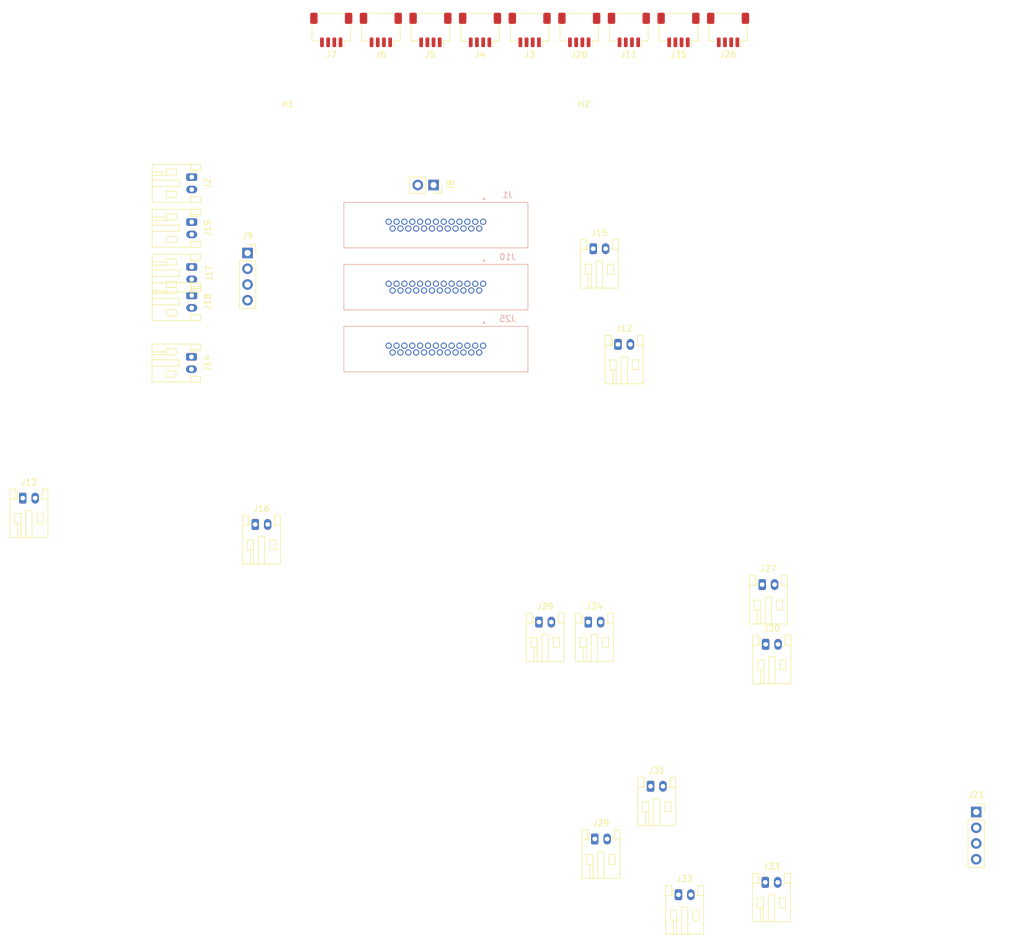
<source format=kicad_pcb>
(kicad_pcb (version 20211014) (generator pcbnew)
  (layers (0 "F.Cu" signal) (31 "B.Cu" signal) (34 "B.Paste" user) (35 "F.Paste" user) (36 "B.SilkS" user "B.Silkscreen") (37 "F.SilkS" user "F.Silkscreen") (38 "B.Mask" user) (39 "F.Mask" user) (44 "Edge.Cuts" user))
  (net 0 "")
  (net 1 "Net-(J1-Pad1)")
  (net 2 "Net-(J1-Pad2)")
  (net 3 "Net-(J1-Pad3)")
  (net 4 "Net-(J1-Pad4)")
  (net 5 "Net-(J1-Pad5)")
  (net 6 "Net-(J1-Pad6)")
  (net 7 "Net-(J1-Pad7)")
  (net 8 "Net-(J1-Pad8)")
  (net 9 "Net-(J1-Pad9)")
  (net 10 "Net-(J1-Pad10)")
  (net 11 "Net-(J1-Pad11)")
  (net 12 "Net-(J1-Pad12)")
  (net 14 "Net-(J1-Pad14)")
  (net 15 "Net-(J1-Pad15)")
  (net 16 "Net-(J1-Pad16)")
  (net 17 "Net-(J1-Pad17)")
  (net 18 "Net-(J1-Pad18)")
  (net 19 "Net-(J1-Pad19)")
  (net 20 "Net-(J1-Pad20)")
  (net 21 "Net-(J1-Pad21)")
  (net 22 "Net-(J1-Pad22)")
  (net 23 "Net-(J1-Pad23)")
  (net 24 "Net-(J1-Pad24)")
  (net 25 "Net-(J1-Pad25)")
  (net 26 "Net-(J10-Pad11)")
  (net 27 "Net-(J10-Pad24)")
  (net 28 "Net-(J10-Pad12)")
  (net 29 "Net-(J10-Pad25)")
  (net 30 "Net-(J10-Pad1)")
  (net 31 "Net-(J10-Pad2)")
  (net 32 "Net-(J10-Pad3)")
  (net 33 "Net-(J10-Pad4)")
  (net 34 "Net-(J10-Pad5)")
  (net 35 "Net-(J10-Pad6)")
  (net 36 "Net-(J10-Pad7)")
  (net 37 "Net-(J10-Pad8)")
  (net 38 "Net-(J10-Pad9)")
  (net 39 "Net-(J10-Pad10)")
  (net 41 "Net-(J10-Pad14)")
  (net 42 "Net-(J10-Pad15)")
  (net 43 "Net-(J10-Pad16)")
  (net 44 "Net-(J10-Pad17)")
  (net 45 "Net-(J10-Pad18)")
  (net 46 "Net-(J10-Pad19)")
  (net 47 "Net-(J10-Pad20)")
  (net 48 "Net-(J10-Pad21)")
  (net 49 "Net-(J10-Pad22)")
  (net 50 "Net-(J10-Pad23)")
  (net 51 "Net-(J25-Pad11)")
  (net 52 "Net-(J25-Pad24)")
  (net 53 "Net-(J25-Pad12)")
  (net 54 "Net-(J25-Pad25)")
  (net 55 "Net-(J25-Pad1)")
  (net 56 "Net-(J25-Pad2)")
  (net 57 "Net-(J25-Pad3)")
  (net 58 "Net-(J25-Pad4)")
  (net 59 "Net-(J25-Pad5)")
  (net 60 "Net-(J25-Pad6)")
  (net 61 "Net-(J25-Pad7)")
  (net 62 "Net-(J25-Pad8)")
  (net 63 "Net-(J25-Pad9)")
  (net 64 "Net-(J25-Pad10)")
  (net 66 "Net-(J25-Pad14)")
  (net 67 "Net-(J25-Pad15)")
  (net 68 "Net-(J25-Pad16)")
  (net 69 "Net-(J25-Pad17)")
  (net 70 "Net-(J25-Pad18)")
  (net 71 "Net-(J25-Pad19)")
  (net 72 "Net-(J25-Pad20)")
  (net 73 "Net-(J25-Pad21)")
  (net 74 "Net-(J25-Pad22)")
  (net 75 "Net-(J25-Pad23)")
  (footprint "Connector_JST:JST_PH_S2B-PH-K_1x02_P2.00mm_Horizontal" (layer "F.Cu") (at -15.5 26.35 -90)
    (fp_text reference "J18" (at 1 -2.55 90) (layer "F.SilkS"))
    (fp_text value "Conn_01x02")
    (pad "1" thru_hole roundrect (at 0 0 270) (size 1.2 1.75) (drill 0.75) (layers *.Cu *.Mask) (roundrect_rratio 0.208333) (net 38 "Net-(J10-Pad9)"))
    (pad "2" thru_hole oval (at 2 0 270) (size 1.2 1.75) (drill 0.75) (layers *.Cu *.Mask) (net 49 "Net-(J10-Pad22)"))
  )
  (footprint "Connector_JST:JST_PH_S2B-PH-K_1x02_P2.00mm_Horizontal" (layer "F.Cu") (at 49.5 114.05)
    (fp_text reference "J29" (at 1 -2.55) (layer "F.SilkS"))
    (fp_text value "Conn_01x02")
    (pad "1" thru_hole roundrect (at 0 0) (size 1.2 1.75) (drill 0.75) (layers *.Cu *.Mask) (roundrect_rratio 0.208333) (net 59 "Net-(J25-Pad5)"))
    (pad "2" thru_hole oval (at 2 0) (size 1.2 1.75) (drill 0.75) (layers *.Cu *.Mask) (net 70 "Net-(J25-Pad18)"))
  )
  (footprint "Connector_JST:JST_PH_S2B-PH-K_1x02_P2.00mm_Horizontal" (layer "F.Cu") (at 58.5 105.55)
    (fp_text reference "J31" (at 1 -2.55) (layer "F.SilkS"))
    (fp_text value "Conn_01x02")
    (pad "1" thru_hole roundrect (at 0 0) (size 1.2 1.75) (drill 0.75) (layers *.Cu *.Mask) (roundrect_rratio 0.208333) (net 61 "Net-(J25-Pad7)"))
    (pad "2" thru_hole oval (at 2 0) (size 1.2 1.75) (drill 0.75) (layers *.Cu *.Mask) (net 72 "Net-(J25-Pad20)"))
  )
  (footprint "Connector_JST:JST_PH_S2B-PH-K_1x02_P2.00mm_Horizontal" (layer "F.Cu") (at 48.45 79.05)
    (fp_text reference "J34" (at 1 -2.55) (layer "F.SilkS"))
    (fp_text value "Conn_01x02")
    (pad "1" thru_hole roundrect (at 0 0) (size 1.2 1.75) (drill 0.75) (layers *.Cu *.Mask) (roundrect_rratio 0.208333) (net 64 "Net-(J25-Pad10)"))
    (pad "2" thru_hole oval (at 2 0) (size 1.2 1.75) (drill 0.75) (layers *.Cu *.Mask) (net 75 "Net-(J25-Pad23)"))
  )
  (footprint "Connector_JST:JST_PH_S2B-PH-K_1x02_P2.00mm_Horizontal" (layer "F.Cu") (at -5.25 63.3)
    (fp_text reference "J16" (at 1 -2.55) (layer "F.SilkS"))
    (fp_text value "Conn_01x02")
    (pad "1" thru_hole roundrect (at 0 0) (size 1.2 1.75) (drill 0.75) (layers *.Cu *.Mask) (roundrect_rratio 0.208333) (net 36 "Net-(J10-Pad7)"))
    (pad "2" thru_hole oval (at 2 0) (size 1.2 1.75) (drill 0.75) (layers *.Cu *.Mask) (net 47 "Net-(J10-Pad20)"))
  )
  (footprint "Connector_JST:JST_SH_SM04B-SRSS-TB_1x04-1MP_P1.00mm_Horizontal" (layer "F.Cu") (at 55 -16.5 180)
    (fp_text reference "J11" (at 0 -3.98) (layer "F.SilkS"))
    (fp_text value "Conn_01x04")
    (pad "1" smd roundrect (at -1.5 -2 180) (size 0.6 1.55) (layers "F.Cu" "F.Paste" "F.Mask") (net 30 "Net-(J10-Pad1)"))
    (pad "2" smd roundrect (at -0.5 -2 180) (size 0.6 1.55) (layers "F.Cu" "F.Paste" "F.Mask") (net 30 "Net-(J10-Pad1)"))
    (pad "3" smd roundrect (at 0.5 -2 180) (size 0.6 1.55) (layers "F.Cu" "F.Paste" "F.Mask") (net 41 "Net-(J10-Pad14)"))
    (pad "4" smd roundrect (at 1.5 -2 180) (size 0.6 1.55) (layers "F.Cu" "F.Paste" "F.Mask") (net 41 "Net-(J10-Pad14)"))
    (pad "MP" smd roundrect (at 2.8 1.875 180) (size 1.2 1.8) (layers "F.Cu" "F.Paste" "F.Mask") (roundrect_rratio 0.208333))
    (pad "MP" smd roundrect (at -2.8 1.875 180) (size 1.2 1.8) (layers "F.Cu" "F.Paste" "F.Mask") (roundrect_rratio 0.208333))
  )
  (footprint "Connector_JST:JST_SH_SM04B-SRSS-TB_1x04-1MP_P1.00mm_Horizontal" (layer "F.Cu") (at 47 -16.5 180)
    (fp_text reference "J20" (at 0 -3.98) (layer "F.SilkS"))
    (fp_text value "Conn_01x04")
    (pad "1" smd roundrect (at -1.5 -2 180) (size 0.6 1.55) (layers "F.Cu" "F.Paste" "F.Mask") (net 31 "Net-(J10-Pad2)"))
    (pad "2" smd roundrect (at -0.5 -2 180) (size 0.6 1.55) (layers "F.Cu" "F.Paste" "F.Mask") (net 31 "Net-(J10-Pad2)"))
    (pad "3" smd roundrect (at 0.5 -2 180) (size 0.6 1.55) (layers "F.Cu" "F.Paste" "F.Mask") (net 42 "Net-(J10-Pad15)"))
    (pad "4" smd roundrect (at 1.5 -2 180) (size 0.6 1.55) (layers "F.Cu" "F.Paste" "F.Mask") (net 42 "Net-(J10-Pad15)"))
    (pad "MP" smd roundrect (at 2.8 1.875 180) (size 1.2 1.8) (layers "F.Cu" "F.Paste" "F.Mask") (roundrect_rratio 0.208333))
    (pad "MP" smd roundrect (at -2.8 1.875 180) (size 1.2 1.8) (layers "F.Cu" "F.Paste" "F.Mask") (roundrect_rratio 0.208333))
  )
  (footprint "Connector_JST:JST_SH_SM04B-SRSS-TB_1x04-1MP_P1.00mm_Horizontal" (layer "F.Cu") (at 63 -16.5 180)
    (fp_text reference "J35" (at 0 -3.98) (layer "F.SilkS"))
    (fp_text value "Conn_01x04")
    (pad "1" smd roundrect (at -1.5 -2 180) (size 0.6 1.55) (layers "F.Cu" "F.Paste" "F.Mask") (net 56 "Net-(J25-Pad2)"))
    (pad "2" smd roundrect (at -0.5 -2 180) (size 0.6 1.55) (layers "F.Cu" "F.Paste" "F.Mask") (net 56 "Net-(J25-Pad2)"))
    (pad "3" smd roundrect (at 0.5 -2 180) (size 0.6 1.55) (layers "F.Cu" "F.Paste" "F.Mask") (net 67 "Net-(J25-Pad15)"))
    (pad "4" smd roundrect (at 1.5 -2 180) (size 0.6 1.55) (layers "F.Cu" "F.Paste" "F.Mask") (net 67 "Net-(J25-Pad15)"))
    (pad "MP" smd roundrect (at 2.8 1.875 180) (size 1.2 1.8) (layers "F.Cu" "F.Paste" "F.Mask") (roundrect_rratio 0.208333))
    (pad "MP" smd roundrect (at -2.8 1.875 180) (size 1.2 1.8) (layers "F.Cu" "F.Paste" "F.Mask") (roundrect_rratio 0.208333))
  )
  (footprint "Connector_JST:JST_PH_S2B-PH-K_1x02_P2.00mm_Horizontal" (layer "F.Cu") (at 63 123.05)
    (fp_text reference "J32" (at 1 -2.55) (layer "F.SilkS"))
    (fp_text value "Conn_01x02")
    (pad "1" thru_hole roundrect (at 0 0) (size 1.2 1.75) (drill 0.75) (layers *.Cu *.Mask) (roundrect_rratio 0.208333) (net 62 "Net-(J25-Pad8)"))
    (pad "2" thru_hole oval (at 2 0) (size 1.2 1.75) (drill 0.75) (layers *.Cu *.Mask) (net 73 "Net-(J25-Pad21)"))
  )
  (footprint "Connector_JST:JST_PH_S2B-PH-K_1x02_P2.00mm_Horizontal" (layer "F.Cu") (at 77.06 82.65)
    (fp_text reference "J30" (at 1 -2.55) (layer "F.SilkS"))
    (fp_text value "Conn_01x02")
    (pad "1" thru_hole roundrect (at 0 0) (size 1.2 1.75) (drill 0.75) (layers *.Cu *.Mask) (roundrect_rratio 0.208333) (net 60 "Net-(J25-Pad6)"))
    (pad "2" thru_hole oval (at 2 0) (size 1.2 1.75) (drill 0.75) (layers *.Cu *.Mask) (net 71 "Net-(J25-Pad19)"))
  )
  (footprint "Connector_PinSocket_2.54mm:PinSocket_1x04_P2.54mm_Vertical" (layer "F.Cu") (at 111.025 109.7)
    (fp_text reference "J21" (at 0 -2.77) (layer "F.SilkS"))
    (fp_text value "Conn_01x04_Female")
    (pad "1" thru_hole rect (at 0 0) (size 1.7 1.7) (drill 1) (layers *.Cu *.Mask) (net 51 "Net-(J25-Pad11)"))
    (pad "2" thru_hole oval (at 0 2.54) (size 1.7 1.7) (drill 1) (layers *.Cu *.Mask) (net 52 "Net-(J25-Pad24)"))
    (pad "3" thru_hole oval (at 0 5.08) (size 1.7 1.7) (drill 1) (layers *.Cu *.Mask) (net 53 "Net-(J25-Pad12)"))
    (pad "4" thru_hole oval (at 0 7.62) (size 1.7 1.7) (drill 1) (layers *.Cu *.Mask) (net 54 "Net-(J25-Pad25)"))
  )
  (footprint "Connector_JST:JST_SH_SM04B-SRSS-TB_1x04-1MP_P1.00mm_Horizontal" (layer "F.Cu") (at 71 -16.5 180)
    (fp_text reference "J26" (at 0 -3.98) (layer "F.SilkS"))
    (fp_text value "Conn_01x04")
    (pad "1" smd roundrect (at -1.5 -2 180) (size 0.6 1.55) (layers "F.Cu" "F.Paste" "F.Mask") (net 55 "Net-(J25-Pad1)"))
    (pad "2" smd roundrect (at -0.5 -2 180) (size 0.6 1.55) (layers "F.Cu" "F.Paste" "F.Mask") (net 55 "Net-(J25-Pad1)"))
    (pad "3" smd roundrect (at 0.5 -2 180) (size 0.6 1.55) (layers "F.Cu" "F.Paste" "F.Mask") (net 66 "Net-(J25-Pad14)"))
    (pad "4" smd roundrect (at 1.5 -2 180) (size 0.6 1.55) (layers "F.Cu" "F.Paste" "F.Mask") (net 66 "Net-(J25-Pad14)"))
    (pad "MP" smd roundrect (at -2.8 1.875 180) (size 1.2 1.8) (layers "F.Cu" "F.Paste" "F.Mask") (roundrect_rratio 0.208333))
    (pad "MP" smd roundrect (at 2.8 1.875 180) (size 1.2 1.8) (layers "F.Cu" "F.Paste" "F.Mask") (roundrect_rratio 0.208333))
  )
  (footprint "Connector_JST:JST_PH_S2B-PH-K_1x02_P2.00mm_Horizontal" (layer "F.Cu") (at -15.55 36.25 -90)
    (fp_text reference "J14" (at 1 -2.55 90) (layer "F.SilkS"))
    (fp_text value "Conn_01x02")
    (pad "1" thru_hole roundrect (at 0 0 270) (size 1.2 1.75) (drill 0.75) (layers *.Cu *.Mask) (roundrect_rratio 0.208333) (net 34 "Net-(J10-Pad5)"))
    (pad "2" thru_hole oval (at 2 0 270) (size 1.2 1.75) (drill 0.75) (layers *.Cu *.Mask) (net 45 "Net-(J10-Pad18)"))
  )
  (footprint "Connector_PinSocket_2.54mm:PinSocket_1x04_P2.54mm_Vertical" (layer "F.Cu") (at -6.5 19.5)
    (fp_text reference "J9" (at 0 -2.77) (layer "F.SilkS"))
    (fp_text value "Conn_01x04_Female")
    (pad "1" thru_hole rect (at 0 0) (size 1.7 1.7) (drill 1) (layers *.Cu *.Mask) (net 26 "Net-(J10-Pad11)"))
    (pad "2" thru_hole oval (at 0 2.54) (size 1.7 1.7) (drill 1) (layers *.Cu *.Mask) (net 27 "Net-(J10-Pad24)"))
    (pad "3" thru_hole oval (at 0 5.08) (size 1.7 1.7) (drill 1) (layers *.Cu *.Mask) (net 28 "Net-(J10-Pad12)"))
    (pad "4" thru_hole oval (at 0 7.62) (size 1.7 1.7) (drill 1) (layers *.Cu *.Mask) (net 29 "Net-(J10-Pad25)"))
  )
  (footprint "Connector_JST:JST_PH_S2B-PH-K_1x02_P2.00mm_Horizontal" (layer "F.Cu") (at 53.25 34.25)
    (fp_text reference "J12" (at 1 -2.55) (layer "F.SilkS"))
    (fp_text value "Conn_01x02")
    (pad "1" thru_hole roundrect (at 0 0) (size 1.2 1.75) (drill 0.75) (layers *.Cu *.Mask) (roundrect_rratio 0.208333) (net 32 "Net-(J10-Pad3)"))
    (pad "2" thru_hole oval (at 2 0) (size 1.2 1.75) (drill 0.75) (layers *.Cu *.Mask) (net 43 "Net-(J10-Pad16)"))
  )
  (footprint "Connector_PinSocket_2.54mm:PinSocket_1x02_P2.54mm_Vertical" (layer "F.Cu") (at 23.5 8.525 -90)
    (fp_text reference "J8" (at 0 -2.77 90) (layer "F.SilkS"))
    (fp_text value "Conn_01x02_Female")
    (pad "1" thru_hole rect (at 0 0 270) (size 1.7 1.7) (drill 1) (layers *.Cu *.Mask) (net 8 "Net-(J1-Pad8)"))
    (pad "2" thru_hole oval (at 0 2.54 270) (size 1.7 1.7) (drill 1) (layers *.Cu *.Mask) (net 21 "Net-(J1-Pad21)"))
  )
  (footprint "MountingHole:MountingHole_3.5mm" (layer "F.Cu") (at 47.752 0)
    (fp_text reference "H2" (at 0 -4.5) (layer "F.SilkS"))
    (fp_text value "MountingHole")
    (pad "" np_thru_hole circle (at 0 0) (size 3.5 3.5) (drill 3.5) (layers *.Cu *.Mask))
  )
  (footprint "Connector_JST:JST_SH_SM04B-SRSS-TB_1x04-1MP_P1.00mm_Horizontal" (layer "F.Cu") (at 23 -16.5 180)
    (fp_text reference "J5" (at 0 -3.98) (layer "F.SilkS"))
    (fp_text value "Conn_01x04")
    (pad "1" smd roundrect (at -1.5 -2 180) (size 0.6 1.55) (layers "F.Cu" "F.Paste" "F.Mask") (net 6 "Net-(J1-Pad6)"))
    (pad "2" smd roundrect (at -0.5 -2 180) (size 0.6 1.55) (layers "F.Cu" "F.Paste" "F.Mask") (net 5 "Net-(J1-Pad5)"))
    (pad "3" smd roundrect (at 0.5 -2 180) (size 0.6 1.55) (layers "F.Cu" "F.Paste" "F.Mask") (net 18 "Net-(J1-Pad18)"))
    (pad "4" smd roundrect (at 1.5 -2 180) (size 0.6 1.55) (layers "F.Cu" "F.Paste" "F.Mask") (net 19 "Net-(J1-Pad19)"))
    (pad "MP" smd roundrect (at -2.8 1.875 180) (size 1.2 1.8) (layers "F.Cu" "F.Paste" "F.Mask") (roundrect_rratio 0.208333))
    (pad "MP" smd roundrect (at 2.8 1.875 180) (size 1.2 1.8) (layers "F.Cu" "F.Paste" "F.Mask") (roundrect_rratio 0.208333))
  )
  (footprint "Connector_JST:JST_PH_S2B-PH-K_1x02_P2.00mm_Horizontal" (layer "F.Cu") (at -15.5 21.75 -90)
    (fp_text reference "J17" (at 1 -2.8 90) (layer "F.SilkS"))
    (fp_text value "Conn_01x02")
    (pad "1" thru_hole roundrect (at 0 0 270) (size 1.2 1.75) (drill 0.75) (layers *.Cu *.Mask) (roundrect_rratio 0.208333) (net 37 "Net-(J10-Pad8)"))
    (pad "2" thru_hole oval (at 2 0 270) (size 1.2 1.75) (drill 0.75) (layers *.Cu *.Mask) (net 48 "Net-(J10-Pad21)"))
  )
  (footprint "Connector_JST:JST_PH_S2B-PH-K_1x02_P2.00mm_Horizontal" (layer "F.Cu") (at 76.5 73)
    (fp_text reference "J27" (at 1 -2.55) (layer "F.SilkS"))
    (fp_text value "Conn_01x02")
    (pad "1" thru_hole roundrect (at 0 0) (size 1.2 1.75) (drill 0.75) (layers *.Cu *.Mask) (roundrect_rratio 0.208333) (net 57 "Net-(J25-Pad3)"))
    (pad "2" thru_hole oval (at 2 0) (size 1.2 1.75) (drill 0.75) (layers *.Cu *.Mask) (net 68 "Net-(J25-Pad16)"))
  )
  (footprint "Connector_JST:JST_PH_S2B-PH-K_1x02_P2.00mm_Horizontal" (layer "F.Cu") (at -15.5 14.5 -90)
    (fp_text reference "J19" (at 1 -2.55 90) (layer "F.SilkS"))
    (fp_text value "Conn_01x02")
    (pad "1" thru_hole roundrect (at 0 0 270) (size 1.2 1.75) (drill 0.75) (layers *.Cu *.Mask) (roundrect_rratio 0.208333) (net 39 "Net-(J10-Pad10)"))
    (pad "2" thru_hole oval (at 2 0 270) (size 1.2 1.75) (drill 0.75) (layers *.Cu *.Mask) (net 50 "Net-(J10-Pad23)"))
  )
  (footprint "Connector_JST:JST_SH_SM04B-SRSS-TB_1x04-1MP_P1.00mm_Horizontal" (layer "F.Cu") (at 31 -16.5 180)
    (fp_text reference "J4" (at 0 -3.98) (layer "F.SilkS"))
    (fp_text value "Conn_01x04")
    (pad "1" smd roundrect (at -1.5 -2 180) (size 0.6 1.55) (layers "F.Cu" "F.Paste" "F.Mask") (net 4 "Net-(J1-Pad4)"))
    (pad "2" smd roundrect (at -0.5 -2 180) (size 0.6 1.55) (layers "F.Cu" "F.Paste" "F.Mask") (net 3 "Net-(J1-Pad3)"))
    (pad "3" smd roundrect (at 0.5 -2 180) (size 0.6 1.55) (layers "F.Cu" "F.Paste" "F.Mask") (net 16 "Net-(J1-Pad16)"))
    (pad "4" smd roundrect (at 1.5 -2 180) (size 0.6 1.55) (layers "F.Cu" "F.Paste" "F.Mask") (net 17 "Net-(J1-Pad17)"))
    (pad "MP" smd roundrect (at 2.8 1.875 180) (size 1.2 1.8) (layers "F.Cu" "F.Paste" "F.Mask") (roundrect_rratio 0.208333))
    (pad "MP" smd roundrect (at -2.8 1.875 180) (size 1.2 1.8) (layers "F.Cu" "F.Paste" "F.Mask") (roundrect_rratio 0.208333))
  )
  (footprint "MountingHole:MountingHole_3.5mm" (layer "F.Cu") (at 0 0)
    (fp_text reference "H1" (at 0 -4.5) (layer "F.SilkS"))
    (fp_text value "MountingHole")
    (pad "" np_thru_hole circle (at 0 0) (size 3.5 3.5) (drill 3.5) (layers *.Cu *.Mask))
  )
  (footprint "Connector_JST:JST_SH_SM04B-SRSS-TB_1x04-1MP_P1.00mm_Horizontal" (layer "F.Cu") (at 39 -16.5 180)
    (fp_text reference "J3" (at 0 -3.98) (layer "F.SilkS"))
    (fp_text value "Conn_01x04")
    (pad "1" smd roundrect (at -1.5 -2 180) (size 0.6 1.55) (layers "F.Cu" "F.Paste" "F.Mask") (net 2 "Net-(J1-Pad2)"))
    (pad "2" smd roundrect (at -0.5 -2 180) (size 0.6 1.55) (layers "F.Cu" "F.Paste" "F.Mask") (net 1 "Net-(J1-Pad1)"))
    (pad "3" smd roundrect (at 0.5 -2 180) (size 0.6 1.55) (layers "F.Cu" "F.Paste" "F.Mask") (net 14 "Net-(J1-Pad14)"))
    (pad "4" smd roundrect (at 1.5 -2 180) (size 0.6 1.55) (layers "F.Cu" "F.Paste" "F.Mask") (net 15 "Net-(J1-Pad15)"))
    (pad "MP" smd roundrect (at -2.8 1.875 180) (size 1.2 1.8) (layers "F.Cu" "F.Paste" "F.Mask") (roundrect_rratio 0.208333))
    (pad "MP" smd roundrect (at 2.8 1.875 180) (size 1.2 1.8) (layers "F.Cu" "F.Paste" "F.Mask") (roundrect_rratio 0.208333))
  )
  (footprint "Connector_JST:JST_SH_SM04B-SRSS-TB_1x04-1MP_P1.00mm_Horizontal" (layer "F.Cu") (at 15 -16.5 180)
    (fp_text reference "J6" (at 0 -3.98) (layer "F.SilkS"))
    (fp_text value "Conn_01x04")
    (pad "1" smd roundrect (at -1.5 -2 180) (size 0.6 1.55) (layers "F.Cu" "F.Paste" "F.Mask") (net 9 "Net-(J1-Pad9)"))
    (pad "2" smd roundrect (at -0.5 -2 180) (size 0.6 1.55) (layers "F.Cu" "F.Paste" "F.Mask") (net 10 "Net-(J1-Pad10)"))
    (pad "3" smd roundrect (at 0.5 -2 180) (size 0.6 1.55) (layers "F.Cu" "F.Paste" "F.Mask") (net 23 "Net-(J1-Pad23)"))
    (pad "4" smd roundrect (at 1.5 -2 180) (size 0.6 1.55) (layers "F.Cu" "F.Paste" "F.Mask") (net 22 "Net-(J1-Pad22)"))
    (pad "MP" smd roundrect (at -2.8 1.875 180) (size 1.2 1.8) (layers "F.Cu" "F.Paste" "F.Mask") (roundrect_rratio 0.208333))
    (pad "MP" smd roundrect (at 2.8 1.875 180) (size 1.2 1.8) (layers "F.Cu" "F.Paste" "F.Mask") (roundrect_rratio 0.208333))
  )
  (footprint "Connector_JST:JST_SH_SM04B-SRSS-TB_1x04-1MP_P1.00mm_Horizontal" (layer "F.Cu") (at 7 -16.5 180)
    (fp_text reference "J7" (at 0 -3.98) (layer "F.SilkS"))
    (fp_text value "Conn_01x04")
    (pad "1" smd roundrect (at -1.5 -2 180) (size 0.6 1.55) (layers "F.Cu" "F.Paste" "F.Mask") (net 11 "Net-(J1-Pad11)"))
    (pad "2" smd roundrect (at -0.5 -2 180) (size 0.6 1.55) (layers "F.Cu" "F.Paste" "F.Mask") (net 12 "Net-(J1-Pad12)"))
    (pad "3" smd roundrect (at 0.5 -2 180) (size 0.6 1.55) (layers "F.Cu" "F.Paste" "F.Mask") (net 25 "Net-(J1-Pad25)"))
    (pad "4" smd roundrect (at 1.5 -2 180) (size 0.6 1.55) (layers "F.Cu" "F.Paste" "F.Mask") (net 24 "Net-(J1-Pad24)"))
    (pad "MP" smd roundrect (at 2.8 1.875 180) (size 1.2 1.8) (layers "F.Cu" "F.Paste" "F.Mask") (roundrect_rratio 0.208333))
    (pad "MP" smd roundrect (at -2.8 1.875 180) (size 1.2 1.8) (layers "F.Cu" "F.Paste" "F.Mask") (roundrect_rratio 0.208333))
  )
  (footprint "Connector_JST:JST_PH_S2B-PH-K_1x02_P2.00mm_Horizontal" (layer "F.Cu") (at 77 121.05)
    (fp_text reference "J33" (at 1 -2.55) (layer "F.SilkS"))
    (fp_text value "Conn_01x02")
    (pad "1" thru_hole roundrect (at 0 0) (size 1.2 1.75) (drill 0.75) (layers *.Cu *.Mask) (roundrect_rratio 0.208333) (net 63 "Net-(J25-Pad9)"))
    (pad "2" thru_hole oval (at 2 0) (size 1.2 1.75) (drill 0.75) (layers *.Cu *.Mask) (net 74 "Net-(J25-Pad22)"))
  )
  (footprint "Connector_JST:JST_PH_S2B-PH-K_1x02_P2.00mm_Horizontal" (layer "F.Cu") (at 40.5 79.05)
    (fp_text reference "J28" (at 1 -2.55) (layer "F.SilkS"))
    (fp_text value "Conn_01x02")
    (pad "1" thru_hole roundrect (at 0 0) (size 1.2 1.75) (drill 0.75) (layers *.Cu *.Mask) (roundrect_rratio 0.208333) (net 58 "Net-(J25-Pad4)"))
    (pad "2" thru_hole oval (at 2 0) (size 1.2 1.75) (drill 0.75) (layers *.Cu *.Mask) (net 69 "Net-(J25-Pad17)"))
  )
  (footprint "Connector_JST:JST_PH_S2B-PH-K_1x02_P2.00mm_Horizontal" (layer "F.Cu") (at -15.5 7.25 -90)
    (fp_text reference "J2" (at 1 -2.55 90) (layer "F.SilkS"))
    (fp_text value "Conn_01x02")
    (pad "1" thru_hole roundrect (at 0 0 270) (size 1.2 1.75) (drill 0.75) (layers *.Cu *.Mask) (roundrect_rratio 0.208333) (net 7 "Net-(J1-Pad7)"))
    (pad "2" thru_hole oval (at 2 0 270) (size 1.2 1.75) (drill 0.75) (layers *.Cu *.Mask) (net 20 "Net-(J1-Pad20)"))
  )
  (footprint "Connector_JST:JST_PH_S2B-PH-K_1x02_P2.00mm_Horizontal" (layer "F.Cu") (at -42.75 59.05)
    (fp_text reference "J13" (at 1 -2.55) (layer "F.SilkS"))
    (fp_text value "Conn_01x02")
    (pad "1" thru_hole roundrect (at 0 0) (size 1.2 1.75) (drill 0.75) (layers *.Cu *.Mask) (roundrect_rratio 0.208333) (net 33 "Net-(J10-Pad4)"))
    (pad "2" thru_hole oval (at 2 0) (size 1.2 1.75) (drill 0.75) (layers *.Cu *.Mask) (net 44 "Net-(J10-Pad17)"))
  )
  (footprint "Connector_JST:JST_PH_S2B-PH-K_1x02_P2.00mm_Horizontal" (layer "F.Cu") (at 49.25 18.8)
    (fp_text reference "J15" (at 1 -2.55) (layer "F.SilkS"))
    (fp_text value "Conn_01x02")
    (pad "1" thru_hole roundrect (at 0 0) (size 1.2 1.75) (drill 0.75) (layers *.Cu *.Mask) (roundrect_rratio 0.208333) (net 35 "Net-(J10-Pad6)"))
    (pad "2" thru_hole oval (at 2 0) (size 1.2 1.75) (drill 0.75) (layers *.Cu *.Mask) (net 46 "Net-(J10-Pad19)"))
  )
  (footprint "0_Fanout_Footprints:NORCOMP_380-025-113L001" (layer "B.Cu") (at 23.876 25 180)
    (fp_text reference "J10" (at -11.575 4.885) (layer "B.SilkS") (effects (justify mirror)))
    (fp_text value "DB25_Male")
    (pad "1" thru_hole circle (at -7.62 0.5461 180) (size 1.01 1.01) (drill 0.66) (layers *.Cu *.Mask) (net 30 "Net-(J10-Pad1)"))
    (pad "2" thru_hole circle (at -6.35 0.5461 180) (size 1.01 1.01) (drill 0.66) (layers *.Cu *.Mask) (net 31 "Net-(J10-Pad2)"))
    (pad "3" thru_hole circle (at -5.08 0.5461 180) (size 1.01 1.01) (drill 0.66) (layers *.Cu *.Mask) (net 32 "Net-(J10-Pad3)"))
    (pad "4" thru_hole circle (at -3.81 0.5461 180) (size 1.01 1.01) (drill 0.66) (layers *.Cu *.Mask) (net 33 "Net-(J10-Pad4)"))
    (pad "5" thru_hole circle (at -2.54 0.5461 180) (size 1.01 1.01) (drill 0.66) (layers *.Cu *.Mask) (net 34 "Net-(J10-Pad5)"))
    (pad "6" thru_hole circle (at -1.27 0.5461 180) (size 1.01 1.01) (drill 0.66) (layers *.Cu *.Mask) (net 35 "Net-(J10-Pad6)"))
    (pad "7" thru_hole circle (at 0 0.5461 180) (size 1.01 1.01) (drill 0.66) (layers *.Cu *.Mask) (net 36 "Net-(J10-Pad7)"))
    (pad "8" thru_hole circle (at 1.27 0.5461 180) (size 1.01 1.01) (drill 0.66) (layers *.Cu *.Mask) (net 37 "Net-(J10-Pad8)"))
    (pad "9" thru_hole circle (at 2.54 0.5461 180) (size 1.01 1.01) (drill 0.66) (layers *.Cu *.Mask) (net 38 "Net-(J10-Pad9)"))
    (pad "10" thru_hole circle (at 3.81 0.5461 180) (size 1.01 1.01) (drill 0.66) (layers *.Cu *.Mask) (net 39 "Net-(J10-Pad10)"))
    (pad "11" thru_hole circle (at 5.08 0.5461 180) (size 1.01 1.01) (drill 0.66) (layers *.Cu *.Mask) (net 26 "Net-(J10-Pad11)"))
    (pad "12" thru_hole circle (at 6.35 0.5461 180) (size 1.01 1.01) (drill 0.66) (layers *.Cu *.Mask) (net 28 "Net-(J10-Pad12)"))
    (pad "13" thru_hole circle (at 7.62 0.5461 180) (size 1.01 1.01) (drill 0.66) (layers *.Cu *.Mask))
    (pad "14" thru_hole circle (at -6.985 -0.5461 180) (size 1.01 1.01) (drill 0.66) (layers *.Cu *.Mask) (net 41 "Net-(J10-Pad14)"))
    (pad "15" thru_hole circle (at -5.715 -0.5461 180) (size 1.01 1.01) (drill 0.66) (layers *.Cu *.Mask) (net 42 "Net-(J10-Pad15)"))
    (pad "16" thru_hole circle (at -4.445 -0.5461 180) (size 1.01 1.01) (drill 0.66) (layers *.Cu *.Mask) (net 43 "Net-(J10-Pad16)"))
    (pad "17" thru_hole circle (at -3.175 -0.5461 180) (size 1.01 1.01) (drill 0.66) (layers *.Cu *.Mask) (net 44 "Net-(J10-Pad17)"))
    (pad "18" thru_hole circle (at -1.905 -0.5461 180) (size 1.01 1.01) (drill 0.66) (layers *.Cu *.Mask) (net 45 "Net-(J10-Pad18)"))
    (pad "19" thru_hole circle (at -0.635 -0.5461 180) (size 1.01 1.01) (drill 0.66) (layers *.Cu *.Mask) (net 46 "Net-(J10-Pad19)"))
    (pad "20" thru_hole circle (at 0.635 -0.5461 180) (size 1.01 1.01) (drill 0.66) (layers *.Cu *.Mask) (net 47 "Net-(J10-Pad20)"))
    (pad "21" thru_hole circle (at 1.905 -0.5461 180) (size 1.01 1.01) (drill 0.66) (layers *.Cu *.Mask) (net 48 "Net-(J10-Pad21)"))
    (pad "22" thru_hole circle (at 3.175 -0.5461 180) (size 1.01 1.01) (drill 0.66) (layers *.Cu *.Mask) (net 49 "Net-(J10-Pad22)"))
    (pad "23" thru_hole circle (at 4.445 -0.5461 180) (size 1.01 1.01) (drill 0.66) (layers *.Cu *.Mask) (net 50 "Net-(J10-Pad23)"))
    (pad "24" thru_hole circle (at 5.715 -0.5461 180) (size 1.01 1.01) (drill 0.66) (layers *.Cu *.Mask) (net 27 "Net-(J10-Pad24)"))
    (pad "25" thru_hole circle (at 6.985 -0.5461 180) (size 1.01 1.01) (drill 0.66) (layers *.Cu *.Mask) (net 29 "Net-(J10-Pad25)"))
  )
  (footprint "0_Fanout_Footprints:NORCOMP_380-025-113L001" (layer "B.Cu") (at 23.876 15 180)
    (fp_text reference "J1" (at -11.575 4.885) (layer "B.SilkS") (effects (justify mirror)))
    (fp_text value "DB25_Male")
    (pad "1" thru_hole circle (at -7.62 0.5461 180) (size 1.01 1.01) (drill 0.66) (layers *.Cu *.Mask) (net 1 "Net-(J1-Pad1)"))
    (pad "2" thru_hole circle (at -6.35 0.5461 180) (size 1.01 1.01) (drill 0.66) (layers *.Cu *.Mask) (net 2 "Net-(J1-Pad2)"))
    (pad "3" thru_hole circle (at -5.08 0.5461 180) (size 1.01 1.01) (drill 0.66) (layers *.Cu *.Mask) (net 3 "Net-(J1-Pad3)"))
    (pad "4" thru_hole circle (at -3.81 0.5461 180) (size 1.01 1.01) (drill 0.66) (layers *.Cu *.Mask) (net 4 "Net-(J1-Pad4)"))
    (pad "5" thru_hole circle (at -2.54 0.5461 180) (size 1.01 1.01) (drill 0.66) (layers *.Cu *.Mask) (net 5 "Net-(J1-Pad5)"))
    (pad "6" thru_hole circle (at -1.27 0.5461 180) (size 1.01 1.01) (drill 0.66) (layers *.Cu *.Mask) (net 6 "Net-(J1-Pad6)"))
    (pad "7" thru_hole circle (at 0 0.5461 180) (size 1.01 1.01) (drill 0.66) (layers *.Cu *.Mask) (net 7 "Net-(J1-Pad7)"))
    (pad "8" thru_hole circle (at 1.27 0.5461 180) (size 1.01 1.01) (drill 0.66) (layers *.Cu *.Mask) (net 8 "Net-(J1-Pad8)"))
    (pad "9" thru_hole circle (at 2.54 0.5461 180) (size 1.01 1.01) (drill 0.66) (layers *.Cu *.Mask) (net 9 "Net-(J1-Pad9)"))
    (pad "10" thru_hole circle (at 3.81 0.5461 180) (size 1.01 1.01) (drill 0.66) (layers *.Cu *.Mask) (net 10 "Net-(J1-Pad10)"))
    (pad "11" thru_hole circle (at 5.08 0.5461 180) (size 1.01 1.01) (drill 0.66) (layers *.Cu *.Mask) (net 11 "Net-(J1-Pad11)"))
    (pad "12" thru_hole circle (at 6.35 0.5461 180) (size 1.01 1.01) (drill 0.66) (layers *.Cu *.Mask) (net 12 "Net-(J1-Pad12)"))
    (pad "13" thru_hole circle (at 7.62 0.5461 180) (size 1.01 1.01) (drill 0.66) (layers *.Cu *.Mask))
    (pad "14" thru_hole circle (at -6.985 -0.5461 180) (size 1.01 1.01) (drill 0.66) (layers *.Cu *.Mask) (net 14 "Net-(J1-Pad14)"))
    (pad "15" thru_hole circle (at -5.715 -0.5461 180) (size 1.01 1.01) (drill 0.66) (layers *.Cu *.Mask) (net 15 "Net-(J1-Pad15)"))
    (pad "16" thru_hole circle (at -4.445 -0.5461 180) (size 1.01 1.01) (drill 0.66) (layers *.Cu *.Mask) (net 16 "Net-(J1-Pad16)"))
    (pad "17" thru_hole circle (at -3.175 -0.5461 180) (size 1.01 1.01) (drill 0.66) (layers *.Cu *.Mask) (net 17 "Net-(J1-Pad17)"))
    (pad "18" thru_hole circle (at -1.905 -0.5461 180) (size 1.01 1.01) (drill 0.66) (layers *.Cu *.Mask) (net 18 "Net-(J1-Pad18)"))
    (pad "19" thru_hole circle (at -0.635 -0.5461 180) (size 1.01 1.01) (drill 0.66) (layers *.Cu *.Mask) (net 19 "Net-(J1-Pad19)"))
    (pad "20" thru_hole circle (at 0.635 -0.5461 180) (size 1.01 1.01) (drill 0.66) (layers *.Cu *.Mask) (net 20 "Net-(J1-Pad20)"))
    (pad "21" thru_hole circle (at 1.905 -0.5461 180) (size 1.01 1.01) (drill 0.66) (layers *.Cu *.Mask) (net 21 "Net-(J1-Pad21)"))
    (pad "22" thru_hole circle (at 3.175 -0.5461 180) (size 1.01 1.01) (drill 0.66) (layers *.Cu *.Mask) (net 22 "Net-(J1-Pad22)"))
    (pad "23" thru_hole circle (at 4.445 -0.5461 180) (size 1.01 1.01) (drill 0.66) (layers *.Cu *.Mask) (net 23 "Net-(J1-Pad23)"))
    (pad "24" thru_hole circle (at 5.715 -0.5461 180) (size 1.01 1.01) (drill 0.66) (layers *.Cu *.Mask) (net 24 "Net-(J1-Pad24)"))
    (pad "25" thru_hole circle (at 6.985 -0.5461 180) (size 1.01 1.01) (drill 0.66) (layers *.Cu *.Mask) (net 25 "Net-(J1-Pad25)"))
  )
  (footprint "0_Fanout_Footprints:NORCOMP_380-025-113L001" (layer "B.Cu") (at 23.876 35 180)
    (fp_text reference "J25" (at -11.575 4.885) (layer "B.SilkS") (effects (justify mirror)))
    (fp_text value "DB25_Male")
    (pad "1" thru_hole circle (at -7.62 0.5461 180) (size 1.01 1.01) (drill 0.66) (layers *.Cu *.Mask) (net 55 "Net-(J25-Pad1)"))
    (pad "2" thru_hole circle (at -6.35 0.5461 180) (size 1.01 1.01) (drill 0.66) (layers *.Cu *.Mask) (net 56 "Net-(J25-Pad2)"))
    (pad "3" thru_hole circle (at -5.08 0.5461 180) (size 1.01 1.01) (drill 0.66) (layers *.Cu *.Mask) (net 57 "Net-(J25-Pad3)"))
    (pad "4" thru_hole circle (at -3.81 0.5461 180) (size 1.01 1.01) (drill 0.66) (layers *.Cu *.Mask) (net 58 "Net-(J25-Pad4)"))
    (pad "5" thru_hole circle (at -2.54 0.5461 180) (size 1.01 1.01) (drill 0.66) (layers *.Cu *.Mask) (net 59 "Net-(J25-Pad5)"))
    (pad "6" thru_hole circle (at -1.27 0.5461 180) (size 1.01 1.01) (drill 0.66) (layers *.Cu *.Mask) (net 60 "Net-(J25-Pad6)"))
    (pad "7" thru_hole circle (at 0 0.5461 180) (size 1.01 1.01) (drill 0.66) (layers *.Cu *.Mask) (net 61 "Net-(J25-Pad7)"))
    (pad "8" thru_hole circle (at 1.27 0.5461 180) (size 1.01 1.01) (drill 0.66) (layers *.Cu *.Mask) (net 62 "Net-(J25-Pad8)"))
    (pad "9" thru_hole circle (at 2.54 0.5461 180) (size 1.01 1.01) (drill 0.66) (layers *.Cu *.Mask) (net 63 "Net-(J25-Pad9)"))
    (pad "10" thru_hole circle (at 3.81 0.5461 180) (size 1.01 1.01) (drill 0.66) (layers *.Cu *.Mask) (net 64 "Net-(J25-Pad10)"))
    (pad "11" thru_hole circle (at 5.08 0.5461 180) (size 1.01 1.01) (drill 0.66) (layers *.Cu *.Mask) (net 51 "Net-(J25-Pad11)"))
    (pad "12" thru_hole circle (at 6.35 0.5461 180) (size 1.01 1.01) (drill 0.66) (layers *.Cu *.Mask) (net 53 "Net-(J25-Pad12)"))
    (pad "13" thru_hole circle (at 7.62 0.5461 180) (size 1.01 1.01) (drill 0.66) (layers *.Cu *.Mask))
    (pad "14" thru_hole circle (at -6.985 -0.5461 180) (size 1.01 1.01) (drill 0.66) (layers *.Cu *.Mask) (net 66 "Net-(J25-Pad14)"))
    (pad "15" thru_hole circle (at -5.715 -0.5461 180) (size 1.01 1.01) (drill 0.66) (layers *.Cu *.Mask) (net 67 "Net-(J25-Pad15)"))
    (pad "16" thru_hole circle (at -4.445 -0.5461 180) (size 1.01 1.01) (drill 0.66) (layers *.Cu *.Mask) (net 68 "Net-(J25-Pad16)"))
    (pad "17" thru_hole circle (at -3.175 -0.5461 180) (size 1.01 1.01) (drill 0.66) (layers *.Cu *.Mask) (net 69 "Net-(J25-Pad17)"))
    (pad "18" thru_hole circle (at -1.905 -0.5461 180) (size 1.01 1.01) (drill 0.66) (layers *.Cu *.Mask) (net 70 "Net-(J25-Pad18)"))
    (pad "19" thru_hole circle (at -0.635 -0.5461 180) (size 1.01 1.01) (drill 0.66) (layers *.Cu *.Mask) (net 71 "Net-(J25-Pad19)"))
    (pad "20" thru_hole circle (at 0.635 -0.5461 180) (size 1.01 1.01) (drill 0.66) (layers *.Cu *.Mask) (net 72 "Net-(J25-Pad20)"))
    (pad "21" thru_hole circle (at 1.905 -0.5461 180) (size 1.01 1.01) (drill 0.66) (layers *.Cu *.Mask) (net 73 "Net-(J25-Pad21)"))
    (pad "22" thru_hole circle (at 3.175 -0.5461 180) (size 1.01 1.01) (drill 0.66) (layers *.Cu *.Mask) (net 74 "Net-(J25-Pad22)"))
    (pad "23" thru_hole circle (at 4.445 -0.5461 180) (size 1.01 1.01) (drill 0.66) (layers *.Cu *.Mask) (net 75 "Net-(J25-Pad23)"))
    (pad "24" thru_hole circle (at 5.715 -0.5461 180) (size 1.01 1.01) (drill 0.66) (layers *.Cu *.Mask) (net 52 "Net-(J25-Pad24)"))
    (pad "25" thru_hole circle (at 6.985 -0.5461 180) (size 1.01 1.01) (drill 0.66) (layers *.Cu *.Mask) (net 54 "Net-(J25-Pad25)"))
  )
)
</source>
